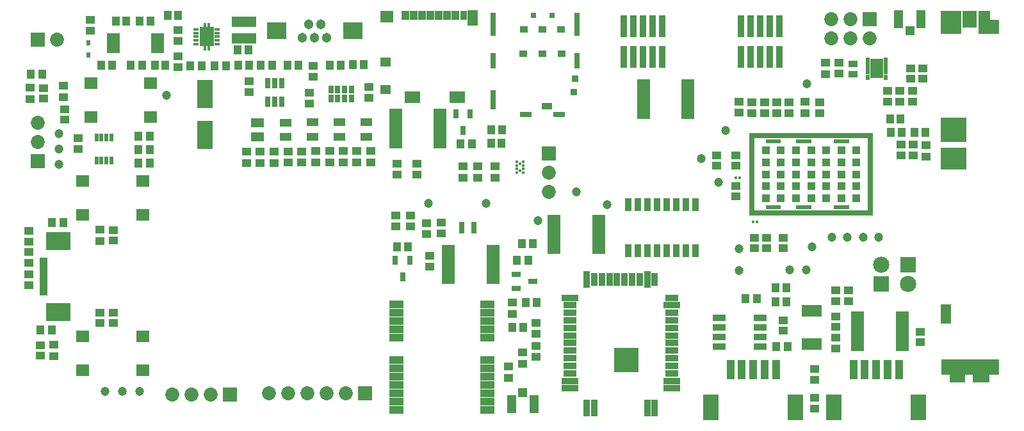
<source format=gts>
G04*
G04 #@! TF.GenerationSoftware,Altium Limited,Altium Designer,21.6.4 (81)*
G04*
G04 Layer_Color=8388736*
%FSLAX44Y44*%
%MOMM*%
G71*
G04*
G04 #@! TF.SameCoordinates,0A195E51-53B8-4AD9-BF6B-D2F5FD9C9AB7*
G04*
G04*
G04 #@! TF.FilePolarity,Negative*
G04*
G01*
G75*
%ADD91R,1.1532X1.1032*%
%ADD92R,0.8032X0.4432*%
%ADD93R,1.8532X2.6032*%
%ADD94R,0.4532X0.8032*%
%ADD95R,1.1032X1.1532*%
%ADD96C,0.4532*%
%ADD97R,0.5032X0.7432*%
%ADD98R,1.2532X0.8032*%
%ADD99R,0.7432X0.5032*%
%ADD100C,1.2032*%
%ADD101R,1.6782X0.6532*%
%ADD102R,0.7032X1.0032*%
%ADD103R,1.9842X1.0032*%
%ADD104R,1.9842X1.0032*%
%ADD105R,0.9532X1.8032*%
%ADD106R,0.9432X2.9982*%
%ADD107R,0.9832X1.1932*%
%ADD108R,1.1932X0.9832*%
%ADD109R,1.7532X0.9482*%
%ADD110R,1.7532X0.8732*%
%ADD111R,0.6282X0.7182*%
%ADD112R,0.6282X0.4782*%
%ADD113R,1.1032X0.9032*%
%ADD114R,0.9032X0.9032*%
%ADD115R,1.4032X0.8532*%
%ADD116R,0.6532X3.1032*%
%ADD117R,0.6532X2.1032*%
%ADD118R,0.9532X0.9032*%
%ADD119R,1.6032X0.7032*%
%ADD120R,0.6532X2.6032*%
%ADD121R,0.8032X0.8032*%
%ADD122R,1.0032X1.0032*%
%ADD123R,0.5032X0.5032*%
%ADD124R,0.7432X0.7432*%
%ADD125R,0.8032X1.2532*%
%ADD126R,3.2032X3.2332*%
%ADD127R,0.9032X2.2032*%
%ADD128R,2.2032X0.9032*%
%ADD129R,1.7032X0.9032*%
%ADD130R,0.9032X1.7032*%
%ADD131R,0.4572X0.4572*%
%ADD132R,1.2032X1.2532*%
%ADD133R,1.2532X2.4032*%
%ADD134R,1.7532X1.5532*%
%ADD135R,1.4032X1.2032*%
%ADD136R,2.1032X1.5532*%
%ADD137R,1.3732X2.0032*%
%ADD138R,0.9532X1.3032*%
%ADD139R,1.0532X1.3032*%
%ADD140R,1.7532X1.5032*%
%ADD141R,1.0032X0.5032*%
%ADD142R,3.2532X2.4032*%
%ADD143R,1.7282X0.8532*%
%ADD144R,3.4032X3.3032*%
%ADD145R,3.4032X2.9332*%
%ADD146R,7.7032X2.0032*%
%ADD147R,1.4032X2.6032*%
%ADD148R,2.7032X1.8532*%
%ADD149R,1.9032X2.3032*%
%ADD150R,2.7032X3.1032*%
%ADD151R,1.6032X1.4532*%
%ADD152R,2.1532X1.3032*%
%ADD153R,2.2032X1.3032*%
%ADD154R,2.6032X2.2032*%
%ADD155R,1.2032X0.8782*%
%ADD156R,2.0532X3.7032*%
%ADD157R,1.6032X1.1032*%
%ADD158R,0.6532X1.6282*%
%ADD159R,0.6232X0.7632*%
%ADD160R,3.2532X1.3432*%
%ADD161R,0.6732X0.5032*%
%ADD162R,0.5532X1.0532*%
%ADD163R,1.0032X2.6032*%
%ADD164R,2.0032X3.5032*%
%ADD165R,0.8032X1.4032*%
%ADD166R,1.6532X1.1532*%
%ADD167C,1.8532*%
%ADD168R,1.8532X1.8532*%
%ADD169R,1.8532X1.8532*%
%ADD170C,1.3032*%
%ADD171R,2.1532X2.1532*%
%ADD172C,2.1532*%
D91*
X212090Y507193D02*
D03*
Y522193D02*
D03*
X648970Y76302D02*
D03*
Y61302D02*
D03*
X1183705Y441840D02*
D03*
Y426840D02*
D03*
X686063Y104020D02*
D03*
Y89020D02*
D03*
X1201420Y369570D02*
D03*
Y354570D02*
D03*
X654050Y161170D02*
D03*
Y146170D02*
D03*
X1060450Y426600D02*
D03*
Y411600D02*
D03*
X1041400Y411720D02*
D03*
Y426720D02*
D03*
X970813Y426480D02*
D03*
Y411480D02*
D03*
X1068403Y463790D02*
D03*
Y478790D02*
D03*
X1086445Y478910D02*
D03*
Y463910D02*
D03*
X48260Y105170D02*
D03*
Y90170D02*
D03*
X109542Y242690D02*
D03*
Y257690D02*
D03*
X448835Y361545D02*
D03*
Y346545D02*
D03*
X412750Y346830D02*
D03*
Y361830D02*
D03*
X339090Y361098D02*
D03*
Y346098D02*
D03*
X375920Y346348D02*
D03*
Y361348D02*
D03*
X303005Y361098D02*
D03*
Y346098D02*
D03*
X589280Y326510D02*
D03*
Y341510D02*
D03*
X608330D02*
D03*
Y326510D02*
D03*
X631190D02*
D03*
Y341510D02*
D03*
X386080Y424300D02*
D03*
Y439300D02*
D03*
X464820Y446920D02*
D03*
Y431920D02*
D03*
X391160Y474860D02*
D03*
Y459860D02*
D03*
X668020Y80130D02*
D03*
Y95130D02*
D03*
X541020Y251580D02*
D03*
Y266580D02*
D03*
X519430Y261740D02*
D03*
Y276740D02*
D03*
X500380D02*
D03*
Y261740D02*
D03*
X528320Y330320D02*
D03*
Y345320D02*
D03*
X501650D02*
D03*
Y330320D02*
D03*
X96520Y535820D02*
D03*
Y520820D02*
D03*
X60960Y433190D02*
D03*
Y448190D02*
D03*
X16510Y445770D02*
D03*
Y430770D02*
D03*
X1054100Y35440D02*
D03*
Y20440D02*
D03*
X466878Y361545D02*
D03*
Y346545D02*
D03*
X1054100Y58420D02*
D03*
Y73420D02*
D03*
X430793Y346545D02*
D03*
Y361545D02*
D03*
X394182D02*
D03*
Y346545D02*
D03*
X357877Y346347D02*
D03*
Y361347D02*
D03*
X321047Y361097D02*
D03*
Y346097D02*
D03*
D92*
X264142Y503080D02*
D03*
Y508080D02*
D03*
Y513080D02*
D03*
Y518080D02*
D03*
Y523080D02*
D03*
X236141D02*
D03*
Y518080D02*
D03*
Y513080D02*
D03*
Y508080D02*
D03*
Y503080D02*
D03*
D93*
X250142Y513080D02*
D03*
D94*
X247642Y498580D02*
D03*
X252642D02*
D03*
X247642Y527580D02*
D03*
X252642D02*
D03*
D95*
X666870Y238760D02*
D03*
X681870D02*
D03*
X660640Y217375D02*
D03*
X60840Y266700D02*
D03*
X45840D02*
D03*
X1154550Y386080D02*
D03*
X1169550D02*
D03*
X427870Y474980D02*
D03*
X412870D02*
D03*
X175020Y345440D02*
D03*
X160020D02*
D03*
X160140Y363483D02*
D03*
X175140D02*
D03*
Y381525D02*
D03*
X160140D02*
D03*
X669170Y128270D02*
D03*
X654170D02*
D03*
X501770Y235033D02*
D03*
X516770D02*
D03*
X45720Y124460D02*
D03*
X30720D02*
D03*
X600710Y370840D02*
D03*
X585710D02*
D03*
X243633Y474787D02*
D03*
X228633D02*
D03*
X260675D02*
D03*
X275675D02*
D03*
X149860Y475443D02*
D03*
X164860D02*
D03*
X125610Y474992D02*
D03*
X110610D02*
D03*
X176290Y533863D02*
D03*
X161290D02*
D03*
X17900Y463550D02*
D03*
X32900D02*
D03*
X962660Y166370D02*
D03*
X977660D02*
D03*
X371990Y474980D02*
D03*
X356990D02*
D03*
X321512D02*
D03*
X336512D02*
D03*
X1017150Y162297D02*
D03*
X1002150D02*
D03*
X1017030Y180340D02*
D03*
X1002030D02*
D03*
X1018420Y102870D02*
D03*
X1003420D02*
D03*
X671950Y161290D02*
D03*
X686950D02*
D03*
X675640Y217375D02*
D03*
D96*
X669153Y347820D02*
D03*
Y342820D02*
D03*
Y337820D02*
D03*
Y332820D02*
D03*
X664802Y345320D02*
D03*
Y335320D02*
D03*
X660452Y347820D02*
D03*
Y342820D02*
D03*
Y337820D02*
D03*
Y332820D02*
D03*
D97*
X1051869Y382160D02*
D03*
X976869D02*
D03*
X981869D02*
D03*
X986869D02*
D03*
X991869D02*
D03*
X996869D02*
D03*
X1001869D02*
D03*
X1006869D02*
D03*
X1011869D02*
D03*
X1016869D02*
D03*
X1021869D02*
D03*
X1026869D02*
D03*
X1031869D02*
D03*
X1036869D02*
D03*
X1041869D02*
D03*
X1046869D02*
D03*
X1056869D02*
D03*
X1061869D02*
D03*
X1066869D02*
D03*
X1071869D02*
D03*
X1076869D02*
D03*
X1081869D02*
D03*
X1086869D02*
D03*
X1091869D02*
D03*
X1096869D02*
D03*
X1101869D02*
D03*
X1106869D02*
D03*
X1111869D02*
D03*
X1116869D02*
D03*
X1121869D02*
D03*
Y279760D02*
D03*
X1116869D02*
D03*
X1111869D02*
D03*
X1106869D02*
D03*
X1101869D02*
D03*
X1096869D02*
D03*
X1091869D02*
D03*
X1086869D02*
D03*
X1081869D02*
D03*
X1076869D02*
D03*
X1071869D02*
D03*
X1066869D02*
D03*
X1061869D02*
D03*
X1056869D02*
D03*
X1051869D02*
D03*
X1046869D02*
D03*
X1041869D02*
D03*
X1036869D02*
D03*
X1031869D02*
D03*
X1026869D02*
D03*
X1021869D02*
D03*
X1016869D02*
D03*
X1011869D02*
D03*
X1006869D02*
D03*
X1001869D02*
D03*
X996869D02*
D03*
X991869D02*
D03*
X986869D02*
D03*
X981869D02*
D03*
X976869D02*
D03*
D98*
X659560Y198833D02*
D03*
Y179832D02*
D03*
X681560Y189333D02*
D03*
D99*
X970668Y375960D02*
D03*
X1128068D02*
D03*
Y370960D02*
D03*
Y365960D02*
D03*
Y360960D02*
D03*
Y355960D02*
D03*
Y350960D02*
D03*
Y345960D02*
D03*
Y340960D02*
D03*
Y335960D02*
D03*
Y330960D02*
D03*
Y325960D02*
D03*
Y320960D02*
D03*
Y315960D02*
D03*
Y310960D02*
D03*
Y305960D02*
D03*
Y300960D02*
D03*
Y295960D02*
D03*
Y290960D02*
D03*
Y285960D02*
D03*
X970668D02*
D03*
Y290960D02*
D03*
Y295960D02*
D03*
Y300960D02*
D03*
Y305960D02*
D03*
Y310960D02*
D03*
Y315960D02*
D03*
Y320960D02*
D03*
Y325960D02*
D03*
Y330960D02*
D03*
Y335960D02*
D03*
Y340960D02*
D03*
Y345960D02*
D03*
Y350960D02*
D03*
Y355960D02*
D03*
Y360960D02*
D03*
Y365960D02*
D03*
Y370960D02*
D03*
D100*
X904240Y351790D02*
D03*
X953770Y203200D02*
D03*
X1097280Y247650D02*
D03*
X1077059Y247735D02*
D03*
X1118351D02*
D03*
X1043940Y451027D02*
D03*
X1021080Y204470D02*
D03*
X1042670D02*
D03*
X54610Y384810D02*
D03*
Y364490D02*
D03*
X161290Y43180D02*
D03*
X54610Y343937D02*
D03*
X935990Y388620D02*
D03*
X953770Y232410D02*
D03*
X927100Y320040D02*
D03*
X138430Y43180D02*
D03*
X115570D02*
D03*
X688340Y269240D02*
D03*
X779780Y290830D02*
D03*
X619760Y292100D02*
D03*
X543560D02*
D03*
X1050290Y234950D02*
D03*
X1139073Y247801D02*
D03*
X196850Y435610D02*
D03*
X739140Y307340D02*
D03*
D101*
X768520Y228710D02*
D03*
Y267710D02*
D03*
X709760Y274210D02*
D03*
X500108Y414025D02*
D03*
Y407525D02*
D03*
Y401025D02*
D03*
Y394525D02*
D03*
Y388025D02*
D03*
Y381525D02*
D03*
Y375025D02*
D03*
Y368525D02*
D03*
X558868D02*
D03*
Y375025D02*
D03*
Y381525D02*
D03*
Y388025D02*
D03*
Y394525D02*
D03*
Y401025D02*
D03*
Y407525D02*
D03*
Y414025D02*
D03*
X709760Y228710D02*
D03*
Y235210D02*
D03*
Y241710D02*
D03*
Y248210D02*
D03*
Y254710D02*
D03*
Y261210D02*
D03*
Y267710D02*
D03*
X768520Y274210D02*
D03*
Y261210D02*
D03*
Y254710D02*
D03*
Y248210D02*
D03*
Y241710D02*
D03*
Y235210D02*
D03*
X628820Y188737D02*
D03*
Y195238D02*
D03*
Y201737D02*
D03*
Y208237D02*
D03*
Y214738D02*
D03*
Y221238D02*
D03*
Y227737D02*
D03*
Y234237D02*
D03*
X570060D02*
D03*
Y227737D02*
D03*
Y221238D02*
D03*
Y214738D02*
D03*
Y208237D02*
D03*
Y201737D02*
D03*
Y195238D02*
D03*
Y188737D02*
D03*
X886630Y407780D02*
D03*
Y414280D02*
D03*
Y420780D02*
D03*
Y427280D02*
D03*
Y433780D02*
D03*
Y440280D02*
D03*
Y446780D02*
D03*
Y453280D02*
D03*
X827870D02*
D03*
Y446780D02*
D03*
Y440280D02*
D03*
Y433780D02*
D03*
Y427280D02*
D03*
Y420780D02*
D03*
Y414280D02*
D03*
Y407780D02*
D03*
X1111080Y145940D02*
D03*
Y139440D02*
D03*
Y132940D02*
D03*
Y126440D02*
D03*
Y119940D02*
D03*
Y113440D02*
D03*
Y106940D02*
D03*
Y100440D02*
D03*
X1169840D02*
D03*
Y106940D02*
D03*
Y113440D02*
D03*
Y119940D02*
D03*
Y126440D02*
D03*
Y132940D02*
D03*
Y139440D02*
D03*
Y145940D02*
D03*
X126830Y514538D02*
D03*
Y508038D02*
D03*
Y501538D02*
D03*
Y495038D02*
D03*
X185590D02*
D03*
Y501538D02*
D03*
Y508038D02*
D03*
Y514538D02*
D03*
D102*
X414490Y431165D02*
D03*
X423490D02*
D03*
X432490D02*
D03*
X441490D02*
D03*
Y443165D02*
D03*
X432490D02*
D03*
X423490D02*
D03*
X414490D02*
D03*
D103*
X501162Y158945D02*
D03*
Y147945D02*
D03*
Y136945D02*
D03*
Y125945D02*
D03*
Y114945D02*
D03*
Y84945D02*
D03*
Y73945D02*
D03*
Y62945D02*
D03*
Y51945D02*
D03*
Y40945D02*
D03*
Y29945D02*
D03*
Y18945D02*
D03*
X621192D02*
D03*
Y29945D02*
D03*
Y40945D02*
D03*
Y147945D02*
D03*
Y136945D02*
D03*
Y125945D02*
D03*
Y114945D02*
D03*
Y84945D02*
D03*
Y73945D02*
D03*
Y62945D02*
D03*
Y51945D02*
D03*
D104*
Y158945D02*
D03*
D105*
X807720Y290850D02*
D03*
X820420D02*
D03*
X833120D02*
D03*
X845820D02*
D03*
X858520D02*
D03*
X871220D02*
D03*
X883920D02*
D03*
X896620D02*
D03*
Y229850D02*
D03*
X883920D02*
D03*
X871220D02*
D03*
X858520D02*
D03*
X845820D02*
D03*
X833120D02*
D03*
X820420D02*
D03*
X807720D02*
D03*
D106*
X956310Y486410D02*
D03*
Y527070D02*
D03*
X969010Y486410D02*
D03*
Y527070D02*
D03*
X981710Y486410D02*
D03*
Y527070D02*
D03*
X994410Y486410D02*
D03*
Y527070D02*
D03*
X1007110Y486410D02*
D03*
Y527070D02*
D03*
X852170Y527060D02*
D03*
Y486400D02*
D03*
X839470Y527060D02*
D03*
Y486400D02*
D03*
X826770Y527060D02*
D03*
Y486400D02*
D03*
X814070Y527060D02*
D03*
Y486400D02*
D03*
X801370Y527060D02*
D03*
Y486400D02*
D03*
D107*
X1167780Y403860D02*
D03*
X1153780D02*
D03*
X640730Y389890D02*
D03*
X626730D02*
D03*
X130160Y533863D02*
D03*
X144160D02*
D03*
X181580Y475443D02*
D03*
X195580D02*
D03*
X212740Y541020D02*
D03*
X198740D02*
D03*
X305450Y495300D02*
D03*
X291450D02*
D03*
X292070Y474980D02*
D03*
X306070D02*
D03*
X1200180Y386080D02*
D03*
X1186180D02*
D03*
X640080Y372110D02*
D03*
X626080D02*
D03*
X457850Y476250D02*
D03*
X443850D02*
D03*
D108*
X1150620Y441340D02*
D03*
Y427340D02*
D03*
X1166663D02*
D03*
Y441340D02*
D03*
X1181100Y471283D02*
D03*
Y457282D02*
D03*
X949960Y342250D02*
D03*
Y356250D02*
D03*
X924560D02*
D03*
Y342250D02*
D03*
X949960Y301610D02*
D03*
Y315610D02*
D03*
X990600Y233030D02*
D03*
Y247030D02*
D03*
X974090D02*
D03*
Y233030D02*
D03*
X1012190Y247030D02*
D03*
Y233030D02*
D03*
X1019940Y412100D02*
D03*
Y426100D02*
D03*
X1003898D02*
D03*
Y412100D02*
D03*
X987855Y426100D02*
D03*
Y412100D02*
D03*
X953770Y426750D02*
D03*
Y412750D02*
D03*
X1012190Y137810D02*
D03*
Y123810D02*
D03*
X1082040Y177180D02*
D03*
Y163180D02*
D03*
X1098550D02*
D03*
Y177180D02*
D03*
X1082040Y100300D02*
D03*
Y114300D02*
D03*
Y142890D02*
D03*
Y128890D02*
D03*
X1193800Y108570D02*
D03*
Y122570D02*
D03*
X34290Y445150D02*
D03*
Y431150D02*
D03*
X62230Y403210D02*
D03*
Y417210D02*
D03*
X212090Y472873D02*
D03*
Y486873D02*
D03*
X15240Y184150D02*
D03*
Y198150D02*
D03*
X109220Y134042D02*
D03*
Y148041D02*
D03*
X127000Y147970D02*
D03*
Y133970D02*
D03*
X544830Y208900D02*
D03*
Y222900D02*
D03*
X560070Y252700D02*
D03*
Y266700D02*
D03*
X1197143Y471283D02*
D03*
Y457282D02*
D03*
X685800Y120000D02*
D03*
Y134000D02*
D03*
X80010Y378460D02*
D03*
Y364460D02*
D03*
X1183975Y370137D02*
D03*
Y356137D02*
D03*
X1167933Y356137D02*
D03*
Y370137D02*
D03*
X127000Y257190D02*
D03*
Y243190D02*
D03*
X30480Y90790D02*
D03*
Y104790D02*
D03*
X306070Y454040D02*
D03*
Y440040D02*
D03*
X15240Y241920D02*
D03*
Y255920D02*
D03*
Y213980D02*
D03*
Y227980D02*
D03*
D109*
X1136280Y479860D02*
D03*
Y462310D02*
D03*
D110*
Y471090D02*
D03*
D111*
X1124400Y459660D02*
D03*
Y482520D02*
D03*
X1148160D02*
D03*
Y459660D02*
D03*
D112*
X1124400Y466090D02*
D03*
Y471090D02*
D03*
Y476090D02*
D03*
X1148160D02*
D03*
Y466090D02*
D03*
Y471090D02*
D03*
D113*
X669930Y522580D02*
D03*
X694330D02*
D03*
X718730D02*
D03*
X668930Y490880D02*
D03*
X694330D02*
D03*
X719730D02*
D03*
D114*
X737030Y457580D02*
D03*
D115*
X699830Y420830D02*
D03*
D116*
X740280Y529580D02*
D03*
X628780D02*
D03*
D117*
X740280Y481080D02*
D03*
X628780D02*
D03*
D118*
X735280Y439580D02*
D03*
D119*
X716330Y410080D02*
D03*
X672330D02*
D03*
D120*
X628780Y429580D02*
D03*
D121*
X682130Y541080D02*
D03*
X706530D02*
D03*
D122*
X1109369Y298960D02*
D03*
X1089369D02*
D03*
X1069369D02*
D03*
X1049369D02*
D03*
X1029369D02*
D03*
X1009369D02*
D03*
X1109369Y314960D02*
D03*
X1089369D02*
D03*
X1069369D02*
D03*
X1049369D02*
D03*
X1029369D02*
D03*
X1009369D02*
D03*
X1109369Y330960D02*
D03*
X1089369D02*
D03*
X1069369D02*
D03*
X1049369D02*
D03*
X1029369D02*
D03*
X1009369D02*
D03*
X1109369Y346960D02*
D03*
X1089369D02*
D03*
X1069369D02*
D03*
X1049369D02*
D03*
X1029369D02*
D03*
X1009369D02*
D03*
X1109369Y362960D02*
D03*
X1089369D02*
D03*
X1069369D02*
D03*
X989369Y298960D02*
D03*
Y362960D02*
D03*
Y346960D02*
D03*
Y330960D02*
D03*
X1009369Y362960D02*
D03*
X1029369D02*
D03*
X1049369D02*
D03*
X989369Y314960D02*
D03*
D123*
X1096869Y287460D02*
D03*
X1091869D02*
D03*
X1086869D02*
D03*
X1081869D02*
D03*
X1046869D02*
D03*
X1041869D02*
D03*
X1036869D02*
D03*
X1031869D02*
D03*
X991869D02*
D03*
X996869D02*
D03*
X1001869D02*
D03*
X1006869D02*
D03*
X1096869Y374460D02*
D03*
X1091869D02*
D03*
X1086869D02*
D03*
X1081869D02*
D03*
X1046869D02*
D03*
X1041869D02*
D03*
X1036869D02*
D03*
X1031869D02*
D03*
X991869D02*
D03*
X996869D02*
D03*
X1001869D02*
D03*
X1006869D02*
D03*
D124*
X1128068Y382160D02*
D03*
Y279760D02*
D03*
X970668D02*
D03*
Y382160D02*
D03*
D125*
X598780Y411133D02*
D03*
X579780D02*
D03*
X589280Y389133D02*
D03*
X518770Y216740D02*
D03*
X499770D02*
D03*
X509270Y194740D02*
D03*
D126*
X804678Y84980D02*
D03*
D127*
X842678Y21680D02*
D03*
X832678D02*
D03*
X762678D02*
D03*
X752678D02*
D03*
Y191680D02*
D03*
X832678D02*
D03*
D128*
X730177Y47480D02*
D03*
Y57480D02*
D03*
Y167480D02*
D03*
X865177Y157480D02*
D03*
Y57480D02*
D03*
Y47480D02*
D03*
D129*
X730177Y67480D02*
D03*
Y77480D02*
D03*
Y87480D02*
D03*
Y97480D02*
D03*
Y107480D02*
D03*
Y117480D02*
D03*
Y127480D02*
D03*
Y137480D02*
D03*
Y147480D02*
D03*
Y157480D02*
D03*
X865177Y167480D02*
D03*
Y147480D02*
D03*
Y137480D02*
D03*
Y127480D02*
D03*
Y117480D02*
D03*
Y107480D02*
D03*
Y97480D02*
D03*
Y87480D02*
D03*
Y77480D02*
D03*
Y67480D02*
D03*
D130*
X762678Y191680D02*
D03*
X772678D02*
D03*
X782678D02*
D03*
X792678D02*
D03*
X802678D02*
D03*
X812678D02*
D03*
X822678D02*
D03*
X842678D02*
D03*
D131*
X955040Y326390D02*
D03*
X949960D02*
D03*
X972820Y267970D02*
D03*
X977900D02*
D03*
D132*
X1179830Y520690D02*
D03*
X668020Y41920D02*
D03*
D133*
X1165080Y535940D02*
D03*
X1194580D02*
D03*
X653270Y26670D02*
D03*
X682770D02*
D03*
D134*
X488720Y540070D02*
D03*
D135*
X486970Y479820D02*
D03*
Y442820D02*
D03*
D136*
X521970Y433070D02*
D03*
X581670D02*
D03*
D137*
X601920Y537820D02*
D03*
D138*
X589820Y541320D02*
D03*
D139*
X579320D02*
D03*
X568320D02*
D03*
X557320D02*
D03*
X546320D02*
D03*
X535320D02*
D03*
X524320D02*
D03*
X513320D02*
D03*
D140*
X165480Y71480D02*
D03*
X85980D02*
D03*
X165480Y116480D02*
D03*
X85980D02*
D03*
X96862Y451760D02*
D03*
X176362D02*
D03*
X96862Y406760D02*
D03*
X176362D02*
D03*
X85980Y322220D02*
D03*
X165480D02*
D03*
X85980Y277220D02*
D03*
X165480D02*
D03*
D141*
X34689Y173280D02*
D03*
Y178280D02*
D03*
Y183280D02*
D03*
Y188280D02*
D03*
Y193280D02*
D03*
Y198280D02*
D03*
Y203280D02*
D03*
Y208280D02*
D03*
Y213280D02*
D03*
Y218280D02*
D03*
D142*
X53939Y148780D02*
D03*
Y242780D02*
D03*
D143*
X927920Y140970D02*
D03*
Y128270D02*
D03*
Y115570D02*
D03*
Y102870D02*
D03*
X982160D02*
D03*
Y115570D02*
D03*
Y128270D02*
D03*
Y140970D02*
D03*
D144*
X1237370Y390030D02*
D03*
D145*
Y351880D02*
D03*
D146*
X1259870Y75530D02*
D03*
D147*
X1227470Y146030D02*
D03*
D148*
X1283970Y525780D02*
D03*
D149*
X1258970Y536030D02*
D03*
D150*
X1233970Y532030D02*
D03*
D151*
X1278470Y540280D02*
D03*
D152*
X1243120Y61030D02*
D03*
D153*
X1274370D02*
D03*
D154*
X443440Y520810D02*
D03*
X342440D02*
D03*
D155*
X1104488Y463550D02*
D03*
Y476790D02*
D03*
D156*
X247650Y437210D02*
D03*
Y383210D02*
D03*
D157*
X461010Y399588D02*
D03*
Y380588D02*
D03*
X425450Y399873D02*
D03*
Y380873D02*
D03*
X354330Y399390D02*
D03*
Y380390D02*
D03*
X389890Y399873D02*
D03*
Y380873D02*
D03*
D158*
X1040540Y150390D02*
D03*
X1047040D02*
D03*
X1053540D02*
D03*
X1060040D02*
D03*
Y106150D02*
D03*
X1053540D02*
D03*
X1047040D02*
D03*
X1040540D02*
D03*
D159*
X93980Y488570D02*
D03*
Y504570D02*
D03*
D160*
X299720Y511308D02*
D03*
Y532909D02*
D03*
D161*
X587280Y255350D02*
D03*
Y260350D02*
D03*
Y265350D02*
D03*
X603980D02*
D03*
Y260350D02*
D03*
Y255350D02*
D03*
D162*
X124050Y379990D02*
D03*
X117550D02*
D03*
X111050D02*
D03*
X104550D02*
D03*
Y348990D02*
D03*
X111050D02*
D03*
X117550D02*
D03*
X124050D02*
D03*
D163*
X1002820Y72640D02*
D03*
X987820D02*
D03*
X972820D02*
D03*
X957820D02*
D03*
X942820D02*
D03*
X1165428D02*
D03*
X1150428D02*
D03*
X1135428D02*
D03*
X1120427D02*
D03*
X1105428D02*
D03*
D164*
X1028820Y22140D02*
D03*
X916820D02*
D03*
X1191428D02*
D03*
X1079428D02*
D03*
D165*
X330860Y426920D02*
D03*
X340360D02*
D03*
X349860D02*
D03*
Y451920D02*
D03*
X340360D02*
D03*
X330860D02*
D03*
D166*
X317500Y380390D02*
D03*
Y399390D02*
D03*
D167*
X1076103Y510540D02*
D03*
X26577Y398780D02*
D03*
Y373380D02*
D03*
X1126902Y510540D02*
D03*
X1101503Y535940D02*
D03*
Y510540D02*
D03*
X1076103Y535940D02*
D03*
X52070Y509270D02*
D03*
X702310Y332740D02*
D03*
Y307340D02*
D03*
X434340Y40640D02*
D03*
X408940D02*
D03*
X383540D02*
D03*
X358140D02*
D03*
X332740D02*
D03*
X255270Y39370D02*
D03*
X229870D02*
D03*
X204470D02*
D03*
D168*
X1126902Y535940D02*
D03*
X26670Y509270D02*
D03*
X459740Y40640D02*
D03*
X280670Y39370D02*
D03*
D169*
X26577Y347980D02*
D03*
X702310Y358140D02*
D03*
D170*
X408940Y511810D02*
D03*
X400940Y529810D02*
D03*
X392940Y511810D02*
D03*
X384940Y529810D02*
D03*
X376940Y511810D02*
D03*
D171*
X1141730Y185420D02*
D03*
X1177290Y210820D02*
D03*
D172*
X1141730D02*
D03*
X1177290Y185420D02*
D03*
M02*

</source>
